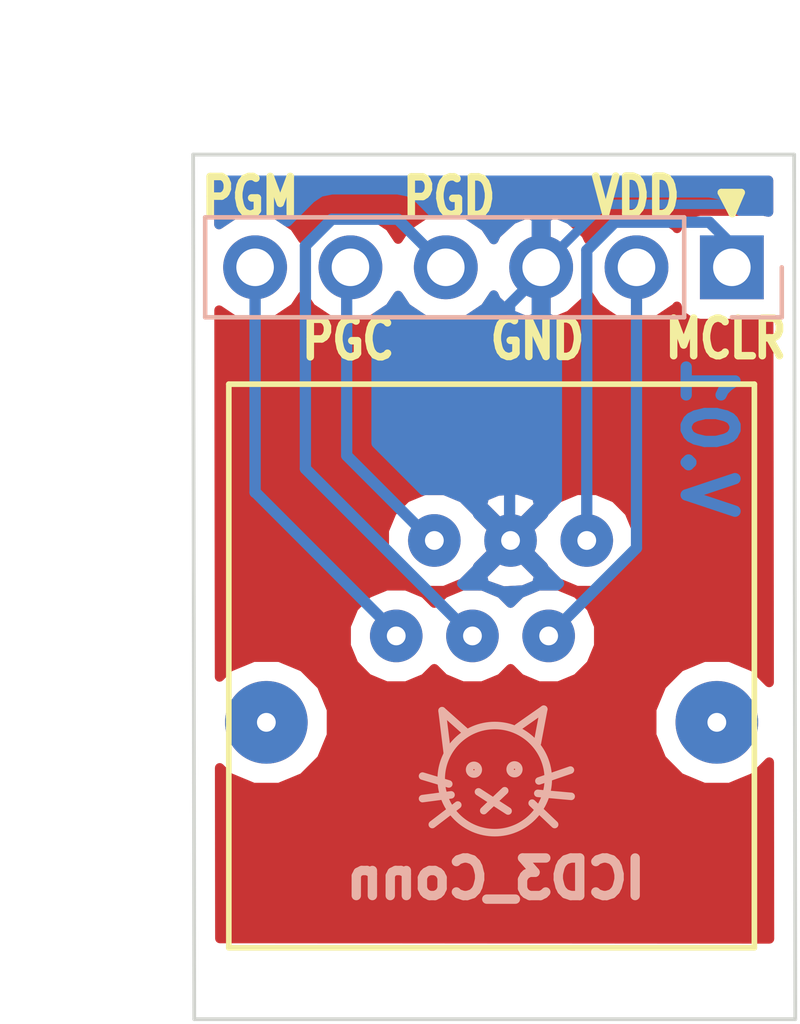
<source format=kicad_pcb>
(kicad_pcb (version 4) (host pcbnew 4.0.7)

  (general
    (links 6)
    (no_connects 0)
    (area 150.580402 95.879955 177.295 122.560001)
    (thickness 1.6)
    (drawings 34)
    (tracks 29)
    (zones 0)
    (modules 2)
    (nets 7)
  )

  (page A4)
  (layers
    (0 F.Cu signal)
    (31 B.Cu signal)
    (32 B.Adhes user)
    (33 F.Adhes user)
    (34 B.Paste user)
    (35 F.Paste user)
    (36 B.SilkS user)
    (37 F.SilkS user)
    (38 B.Mask user)
    (39 F.Mask user)
    (40 Dwgs.User user)
    (41 Cmts.User user)
    (42 Eco1.User user)
    (43 Eco2.User user)
    (44 Edge.Cuts user)
    (45 Margin user)
    (46 B.CrtYd user)
    (47 F.CrtYd user)
    (48 B.Fab user)
    (49 F.Fab user)
  )

  (setup
    (last_trace_width 0.25)
    (user_trace_width 0.3)
    (trace_clearance 0.2)
    (zone_clearance 0.508)
    (zone_45_only no)
    (trace_min 0.2)
    (segment_width 0.2)
    (edge_width 0.1)
    (via_size 0.6)
    (via_drill 0.4)
    (via_min_size 0.4)
    (via_min_drill 0.3)
    (uvia_size 0.3)
    (uvia_drill 0.1)
    (uvias_allowed no)
    (uvia_min_size 0.2)
    (uvia_min_drill 0.1)
    (pcb_text_width 0.3)
    (pcb_text_size 1.5 1.5)
    (mod_edge_width 0.15)
    (mod_text_size 1 1)
    (mod_text_width 0.15)
    (pad_size 1.4 1.4)
    (pad_drill 0.5)
    (pad_to_mask_clearance 0)
    (aux_axis_origin 159.54 99.5)
    (grid_origin 159.54 99.5)
    (visible_elements 7FFFFFFF)
    (pcbplotparams
      (layerselection 0x0ffff_80000001)
      (usegerberextensions true)
      (usegerberattributes true)
      (excludeedgelayer true)
      (linewidth 0.100000)
      (plotframeref false)
      (viasonmask false)
      (mode 1)
      (useauxorigin true)
      (hpglpennumber 1)
      (hpglpenspeed 20)
      (hpglpendiameter 15)
      (hpglpenoverlay 2)
      (psnegative false)
      (psa4output false)
      (plotreference true)
      (plotvalue false)
      (plotinvisibletext false)
      (padsonsilk false)
      (subtractmaskfromsilk false)
      (outputformat 1)
      (mirror false)
      (drillshape 0)
      (scaleselection 1)
      (outputdirectory RJ-12/))
  )

  (net 0 "")
  (net 1 pin1)
  (net 2 pin2)
  (net 3 pin3)
  (net 4 pin4)
  (net 5 pin5)
  (net 6 pin6)

  (net_class Default "This is the default net class."
    (clearance 0.2)
    (trace_width 0.25)
    (via_dia 0.6)
    (via_drill 0.4)
    (uvia_dia 0.3)
    (uvia_drill 0.1)
    (add_net pin1)
    (add_net pin2)
    (add_net pin3)
    (add_net pin4)
    (add_net pin5)
    (add_net pin6)
  )

  (module RJ12-Housing:RJ12 (layer F.Cu) (tedit 59DF9B52) (tstamp 59DF7363)
    (at 165.19 113.42)
    (path /59DF6F57)
    (fp_text reference P1 (at 2.4 1.19) (layer F.SilkS) hide
      (effects (font (size 1 1) (thickness 0.15)))
    )
    (fp_text value RJ12_Housing (at 2.805 -6.19) (layer F.Fab) hide
      (effects (font (size 1 1) (thickness 0.15)))
    )
    (fp_line (start 9.3 7.19) (end -4.7 7.19) (layer F.SilkS) (width 0.15))
    (fp_line (start 9.3 1.19) (end 9.3 7.19) (layer F.SilkS) (width 0.15))
    (fp_line (start 9.3 -7.81) (end 9.3 1.19) (layer F.SilkS) (width 0.15))
    (fp_line (start -4.7 -7.81) (end 9.3 -7.81) (layer F.SilkS) (width 0.15))
    (fp_line (start -4.7 -7.81) (end -4.7 1.19) (layer F.SilkS) (width 0.15))
    (fp_line (start -4.7 1.19) (end -4.7 7.19) (layer F.SilkS) (width 0.15))
    (pad "" np_thru_hole circle (at -3.7 1.19) (size 2.2 2.2) (drill 0.5) (layers *.Cu *.Mask))
    (pad "" np_thru_hole circle (at 8.3 1.19) (size 2.2 2.2) (drill 0.5) (layers *.Cu *.Mask))
    (pad 6 thru_hole circle (at -0.24 -1.11) (size 1.4 1.4) (drill 0.5) (layers *.Cu *.Mask)
      (net 6 pin6))
    (pad 5 thru_hole circle (at 0.775 -3.65) (size 1.4 1.4) (drill 0.5) (layers *.Cu *.Mask)
      (net 5 pin5))
    (pad 4 thru_hole circle (at 1.79 -1.11) (size 1.4 1.4) (drill 0.5) (layers *.Cu *.Mask)
      (net 4 pin4))
    (pad 3 thru_hole circle (at 2.805 -3.65) (size 1.4 1.4) (drill 0.5) (layers *.Cu *.Mask)
      (net 3 pin3))
    (pad 2 thru_hole circle (at 3.82 -1.11) (size 1.4 1.4) (drill 0.5) (layers *.Cu *.Mask)
      (net 2 pin2))
    (pad 1 thru_hole circle (at 4.834995 -3.65) (size 1.4 1.4) (drill 0.5) (layers *.Cu *.Mask)
      (net 1 pin1))
  )

  (module Pin_Headers:Pin_Header_Straight_1x06_Pitch2.54mm (layer B.Cu) (tedit 59DF9AD9) (tstamp 59DF7357)
    (at 173.89 102.5 90)
    (descr "Through hole straight pin header, 1x06, 2.54mm pitch, single row")
    (tags "Through hole pin header THT 1x06 2.54mm single row")
    (path /59DF5F34)
    (fp_text reference J1 (at 0 2.33 90) (layer B.SilkS) hide
      (effects (font (size 1 1) (thickness 0.15)) (justify mirror))
    )
    (fp_text value Conn_01x06 (at 0 -15.03 90) (layer B.Fab) hide
      (effects (font (size 1 1) (thickness 0.15)) (justify mirror))
    )
    (fp_line (start -0.635 1.27) (end 1.27 1.27) (layer B.Fab) (width 0.1))
    (fp_line (start 1.27 1.27) (end 1.27 -13.97) (layer B.Fab) (width 0.1))
    (fp_line (start 1.27 -13.97) (end -1.27 -13.97) (layer B.Fab) (width 0.1))
    (fp_line (start -1.27 -13.97) (end -1.27 0.635) (layer B.Fab) (width 0.1))
    (fp_line (start -1.27 0.635) (end -0.635 1.27) (layer B.Fab) (width 0.1))
    (fp_line (start -1.33 -14.03) (end 1.33 -14.03) (layer B.SilkS) (width 0.12))
    (fp_line (start -1.33 -1.27) (end -1.33 -14.03) (layer B.SilkS) (width 0.12))
    (fp_line (start 1.33 -1.27) (end 1.33 -14.03) (layer B.SilkS) (width 0.12))
    (fp_line (start -1.33 -1.27) (end 1.33 -1.27) (layer B.SilkS) (width 0.12))
    (fp_line (start -1.33 0) (end -1.33 1.33) (layer B.SilkS) (width 0.12))
    (fp_line (start -1.33 1.33) (end 0 1.33) (layer B.SilkS) (width 0.12))
    (fp_line (start -1.8 1.8) (end -1.8 -14.5) (layer B.CrtYd) (width 0.05))
    (fp_line (start -1.8 -14.5) (end 1.8 -14.5) (layer B.CrtYd) (width 0.05))
    (fp_line (start 1.8 -14.5) (end 1.8 1.8) (layer B.CrtYd) (width 0.05))
    (fp_line (start 1.8 1.8) (end -1.8 1.8) (layer B.CrtYd) (width 0.05))
    (fp_text user %R (at 0 -6.35 360) (layer B.Fab) hide
      (effects (font (size 1 1) (thickness 0.15)) (justify mirror))
    )
    (pad 1 thru_hole rect (at 0 0 90) (size 1.7 1.7) (drill 1) (layers *.Cu *.Mask)
      (net 1 pin1))
    (pad 2 thru_hole oval (at 0 -2.54 90) (size 1.7 1.7) (drill 1) (layers *.Cu *.Mask)
      (net 2 pin2))
    (pad 3 thru_hole oval (at 0 -5.08 90) (size 1.7 1.7) (drill 1) (layers *.Cu *.Mask)
      (net 3 pin3))
    (pad 4 thru_hole oval (at 0 -7.62 90) (size 1.7 1.7) (drill 1) (layers *.Cu *.Mask)
      (net 4 pin4))
    (pad 5 thru_hole oval (at 0 -10.16 90) (size 1.7 1.7) (drill 1) (layers *.Cu *.Mask)
      (net 5 pin5))
    (pad 6 thru_hole oval (at 0 -12.7 90) (size 1.7 1.7) (drill 1) (layers *.Cu *.Mask)
      (net 6 pin6))
    (model ${KISYS3DMOD}/Pin_Headers.3dshapes/Pin_Header_Straight_1x06_Pitch2.54mm.wrl
      (at (xyz 0 0 0))
      (scale (xyz 1 1 1))
      (rotate (xyz 0 0 0))
    )
  )

  (dimension 23.000009 (width 0.3) (layer Eco1.User)
    (gr_text "23.000 mm" (at 157.080401 111.002156 270.0498224) (layer Eco1.User)
      (effects (font (size 1.5 1.5) (thickness 0.3)))
    )
    (feature1 (pts (xy 159.57 122.5) (xy 155.740402 122.50333)))
    (feature2 (pts (xy 159.55 99.5) (xy 155.720402 99.50333)))
    (crossbar (pts (xy 158.420401 99.500982) (xy 158.440401 122.500982)))
    (arrow1a (pts (xy 158.440401 122.500982) (xy 157.853001 121.374989)))
    (arrow1b (pts (xy 158.440401 122.500982) (xy 159.025842 121.373969)))
    (arrow2a (pts (xy 158.420401 99.500982) (xy 157.83496 100.627995)))
    (arrow2b (pts (xy 158.420401 99.500982) (xy 159.007801 100.626975)))
  )
  (gr_text V.01 (at 173.26 107.01 270) (layer B.Cu)
    (effects (font (size 1.3 1.3) (thickness 0.3)) (justify mirror))
  )
  (dimension 16.000012 (width 0.3) (layer Eco1.User)
    (gr_text "16.000 mm" (at 167.552825 97.239954 359.9283803) (layer Eco1.User) (tstamp 5A0AE885)
      (effects (font (size 1.5 1.5) (thickness 0.3)))
    )
    (feature1 (pts (xy 175.55 99.51) (xy 175.554513 95.899955)))
    (feature2 (pts (xy 159.55 99.49) (xy 159.554513 95.879955)))
    (crossbar (pts (xy 159.551138 98.579953) (xy 175.551138 98.599953)))
    (arrow1a (pts (xy 175.551138 98.599953) (xy 174.423902 99.184965)))
    (arrow1b (pts (xy 175.551138 98.599953) (xy 174.425368 98.012125)))
    (arrow2a (pts (xy 159.551138 98.579953) (xy 160.676908 99.167781)))
    (arrow2b (pts (xy 159.551138 98.579953) (xy 160.678374 97.994941)))
  )
  (gr_line (start 174.14 100.51) (end 173.9 101.07) (layer F.SilkS) (width 0.2))
  (gr_line (start 173.61 100.51) (end 174.14 100.51) (layer F.SilkS) (width 0.2))
  (gr_line (start 175.55 99.5) (end 175.58 122.51) (layer Edge.Cuts) (width 0.1))
  (gr_line (start 166.59 116.81) (end 165.91 117.33) (layer B.SilkS) (width 0.2))
  (gr_line (start 166.41 116.54) (end 165.65 116.64) (layer B.SilkS) (width 0.2))
  (gr_line (start 166.35 116.25) (end 165.65 116.04) (layer B.SilkS) (width 0.2))
  (gr_line (start 168.57 116.76) (end 169.17 117.33) (layer B.SilkS) (width 0.2))
  (gr_line (start 168.72 116.5) (end 169.61 116.58) (layer B.SilkS) (width 0.2))
  (gr_line (start 168.75 116.17) (end 169.59 115.88) (layer B.SilkS) (width 0.2))
  (gr_line (start 167.28 116.96) (end 167.84 116.43) (layer B.SilkS) (width 0.2))
  (gr_line (start 167.14 116.46) (end 167.93 116.97) (layer B.SilkS) (width 0.2))
  (gr_circle (center 168.1 115.86) (end 168.2 115.8) (layer B.SilkS) (width 0.2))
  (gr_circle (center 167.02 115.87) (end 167.12 115.81) (layer B.SilkS) (width 0.2))
  (gr_line (start 166.17 114.3) (end 166.31 115.43) (layer B.SilkS) (width 0.2))
  (gr_line (start 166.81 114.87) (end 166.17 114.3) (layer B.SilkS) (width 0.2))
  (gr_line (start 168.88 114.26) (end 168.71 115.16) (layer B.SilkS) (width 0.2))
  (gr_line (start 168.18 114.75) (end 168.88 114.26) (layer B.SilkS) (width 0.2))
  (gr_circle (center 167.573887 116.12) (end 168.443887 114.99) (layer B.SilkS) (width 0.2))
  (gr_line (start 173.95 100.67) (end 173.9 100.76) (layer F.SilkS) (width 0.2))
  (gr_line (start 173.61 100.51) (end 173.95 100.67) (layer F.SilkS) (width 0.2))
  (gr_line (start 173.9 101.07) (end 173.61 100.51) (layer F.SilkS) (width 0.2))
  (gr_text ICD3_Conn (at 167.6 118.77) (layer B.SilkS)
    (effects (font (size 1 1) (thickness 0.25)) (justify mirror))
  )
  (gr_line (start 159.54 99.5) (end 159.57 122.51) (layer Edge.Cuts) (width 0.1))
  (gr_line (start 159.54 99.5) (end 175.55 99.5) (layer Edge.Cuts) (width 0.1))
  (gr_line (start 159.57 122.51) (end 175.58 122.51) (layer Edge.Cuts) (width 0.1))
  (gr_text PGM (at 161.06 100.63) (layer F.SilkS)
    (effects (font (size 1 0.8) (thickness 0.2)))
  )
  (gr_text PGC (at 163.67 104.43) (layer F.SilkS)
    (effects (font (size 1 0.8) (thickness 0.2)))
  )
  (gr_text PGD (at 166.36 100.64) (layer F.SilkS)
    (effects (font (size 1 0.8) (thickness 0.2)))
  )
  (gr_text GND (at 168.71 104.42) (layer F.SilkS)
    (effects (font (size 1 0.8) (thickness 0.2)))
  )
  (gr_text VDD (at 171.33 100.62) (layer F.SilkS)
    (effects (font (size 1 0.8) (thickness 0.2)))
  )
  (gr_text MCLR (at 173.73 104.4) (layer F.SilkS)
    (effects (font (size 1 0.8) (thickness 0.2)))
  )

  (segment (start 170.024995 109.77) (end 170.024995 102.049003) (width 0.3) (layer B.Cu) (net 1))
  (segment (start 170.024995 102.049003) (end 170.773999 101.299999) (width 0.3) (layer B.Cu) (net 1))
  (segment (start 170.773999 101.299999) (end 173.289999 101.299999) (width 0.3) (layer B.Cu) (net 1))
  (segment (start 173.289999 101.299999) (end 173.89 101.9) (width 0.3) (layer B.Cu) (net 1))
  (segment (start 173.89 101.9) (end 173.89 102.5) (width 0.3) (layer B.Cu) (net 1))
  (segment (start 171.35 102.5) (end 171.35 109.97) (width 0.3) (layer B.Cu) (net 2))
  (segment (start 171.35 109.97) (end 169.01 112.31) (width 0.3) (layer B.Cu) (net 2))
  (segment (start 171.5 102.5) (end 171.3 102.7) (width 0.3) (layer B.Cu) (net 2))
  (segment (start 168.81 102.5) (end 170.485011 100.824989) (width 0.25) (layer B.Cu) (net 3))
  (segment (start 170.485011 100.824989) (end 174.499991 100.824989) (width 0.25) (layer B.Cu) (net 3))
  (segment (start 168.96 102.5) (end 167.970005 103.489995) (width 0.3) (layer B.Cu) (net 3))
  (segment (start 167.970005 103.489995) (end 167.970005 109.745005) (width 0.3) (layer B.Cu) (net 3))
  (segment (start 167.970005 109.745005) (end 167.995 109.77) (width 0.3) (layer B.Cu) (net 3))
  (segment (start 167.970005 109.72) (end 167.920005 109.77) (width 0.3) (layer B.Cu) (net 3))
  (segment (start 166.27 102.5) (end 164.99 101.22) (width 0.3) (layer B.Cu) (net 4))
  (segment (start 164.99 101.22) (end 163.233998 101.22) (width 0.3) (layer B.Cu) (net 4))
  (segment (start 163.233998 101.22) (end 162.529999 101.923999) (width 0.3) (layer B.Cu) (net 4))
  (segment (start 162.53 107.86) (end 166.98 112.31) (width 0.3) (layer B.Cu) (net 4))
  (segment (start 162.529999 101.923999) (end 162.53 107.86) (width 0.3) (layer B.Cu) (net 4))
  (segment (start 163.63 107.02) (end 163.63 102.75) (width 0.3) (layer B.Cu) (net 5))
  (segment (start 163.63 107.02) (end 163.63 107.509995) (width 0.3) (layer B.Cu) (net 5))
  (segment (start 163.63 107.189995) (end 163.63 107.02) (width 0.3) (layer B.Cu) (net 5))
  (segment (start 163.63 107.509995) (end 165.890005 109.77) (width 0.3) (layer B.Cu) (net 5))
  (segment (start 163.63 102.75) (end 163.88 102.5) (width 0.3) (layer B.Cu) (net 5))
  (segment (start 161.19 102.5) (end 161.19 108.49) (width 0.3) (layer B.Cu) (net 6))
  (segment (start 161.19 108.49) (end 161.195 108.485) (width 0.3) (layer B.Cu) (net 6))
  (segment (start 164.95 112.24) (end 164.95 112.31) (width 0.3) (layer B.Cu) (net 6))
  (segment (start 161.195 108.485) (end 164.95 112.24) (width 0.3) (layer B.Cu) (net 6))
  (segment (start 161.34 102.5) (end 161.16 102.68) (width 0.3) (layer B.Cu) (net 6))

  (zone (net 3) (net_name pin3) (layer F.Cu) (tstamp 0) (hatch edge 0.508)
    (connect_pads (clearance 0.508))
    (min_thickness 0.254)
    (fill yes (arc_segments 16) (thermal_gap 0.508) (thermal_bridge_width 0.508))
    (polygon
      (pts
        (xy 159.4 99.54) (xy 175.7 99.5) (xy 175.69 120.5) (xy 159.4 120.49)
      )
    )
    (filled_polygon
      (pts
        (xy 174.866992 101.028277) (xy 174.74 101.00256) (xy 173.04 101.00256) (xy 172.804683 101.046838) (xy 172.588559 101.18591)
        (xy 172.443569 101.39811) (xy 172.429914 101.465541) (xy 172.400054 101.420853) (xy 171.918285 101.098946) (xy 171.35 100.985907)
        (xy 170.781715 101.098946) (xy 170.299946 101.420853) (xy 170.072298 101.761553) (xy 170.005183 101.618642) (xy 169.576924 101.228355)
        (xy 169.16689 101.058524) (xy 168.937 101.179845) (xy 168.937 102.373) (xy 168.957 102.373) (xy 168.957 102.627)
        (xy 168.937 102.627) (xy 168.937 103.820155) (xy 169.16689 103.941476) (xy 169.576924 103.771645) (xy 170.005183 103.381358)
        (xy 170.072298 103.238447) (xy 170.299946 103.579147) (xy 170.781715 103.901054) (xy 171.35 104.014093) (xy 171.918285 103.901054)
        (xy 172.400054 103.579147) (xy 172.42785 103.537548) (xy 172.436838 103.585317) (xy 172.57591 103.801441) (xy 172.78811 103.946431)
        (xy 173.04 103.99744) (xy 174.74 103.99744) (xy 174.870831 103.972822) (xy 174.883318 113.549947) (xy 174.474082 113.139996)
        (xy 173.836627 112.875301) (xy 173.146401 112.874699) (xy 172.508485 113.138281) (xy 172.019996 113.625918) (xy 171.755301 114.263373)
        (xy 171.754699 114.953599) (xy 172.018281 115.591515) (xy 172.505918 116.080004) (xy 173.143373 116.344699) (xy 173.833599 116.345301)
        (xy 174.471515 116.081719) (xy 174.886079 115.667878) (xy 174.892213 120.37251) (xy 160.252202 120.363523) (xy 160.246278 115.81991)
        (xy 160.505918 116.080004) (xy 161.143373 116.344699) (xy 161.833599 116.345301) (xy 162.471515 116.081719) (xy 162.960004 115.594082)
        (xy 163.224699 114.956627) (xy 163.225301 114.266401) (xy 162.961719 113.628485) (xy 162.474082 113.139996) (xy 161.836627 112.875301)
        (xy 161.146401 112.874699) (xy 160.508485 113.138281) (xy 160.243127 113.403176) (xy 160.242047 112.574383) (xy 163.614769 112.574383)
        (xy 163.817582 113.065229) (xy 164.192796 113.441098) (xy 164.683287 113.644768) (xy 165.214383 113.645231) (xy 165.705229 113.442418)
        (xy 165.965124 113.182976) (xy 166.222796 113.441098) (xy 166.713287 113.644768) (xy 167.244383 113.645231) (xy 167.735229 113.442418)
        (xy 167.995124 113.182976) (xy 168.252796 113.441098) (xy 168.743287 113.644768) (xy 169.274383 113.645231) (xy 169.765229 113.442418)
        (xy 170.141098 113.067204) (xy 170.344768 112.576713) (xy 170.345231 112.045617) (xy 170.142418 111.554771) (xy 169.767204 111.178902)
        (xy 169.276713 110.975232) (xy 168.745617 110.974769) (xy 168.254771 111.177582) (xy 167.994876 111.437024) (xy 167.737204 111.178902)
        (xy 167.246713 110.975232) (xy 166.715617 110.974769) (xy 166.224771 111.177582) (xy 165.964876 111.437024) (xy 165.707204 111.178902)
        (xy 165.216713 110.975232) (xy 164.685617 110.974769) (xy 164.194771 111.177582) (xy 163.818902 111.552796) (xy 163.615232 112.043287)
        (xy 163.614769 112.574383) (xy 160.242047 112.574383) (xy 160.238736 110.034383) (xy 164.629769 110.034383) (xy 164.832582 110.525229)
        (xy 165.207796 110.901098) (xy 165.698287 111.104768) (xy 166.229383 111.105231) (xy 166.720229 110.902418) (xy 166.917716 110.705275)
        (xy 167.239331 110.705275) (xy 167.301169 110.941042) (xy 167.802122 111.117419) (xy 168.33244 111.088664) (xy 168.688831 110.941042)
        (xy 168.750669 110.705275) (xy 167.995 109.949605) (xy 167.239331 110.705275) (xy 166.917716 110.705275) (xy 167.096098 110.527204)
        (xy 167.123016 110.462378) (xy 167.815395 109.77) (xy 168.174605 109.77) (xy 168.866343 110.461737) (xy 168.892577 110.525229)
        (xy 169.267791 110.901098) (xy 169.758282 111.104768) (xy 170.289378 111.105231) (xy 170.780224 110.902418) (xy 171.156093 110.527204)
        (xy 171.359763 110.036713) (xy 171.360226 109.505617) (xy 171.157413 109.014771) (xy 170.782199 108.638902) (xy 170.291708 108.435232)
        (xy 169.760612 108.434769) (xy 169.269766 108.637582) (xy 168.893897 109.012796) (xy 168.866975 109.077631) (xy 168.174605 109.77)
        (xy 167.815395 109.77) (xy 167.123649 109.078255) (xy 167.097418 109.014771) (xy 166.917686 108.834725) (xy 167.239331 108.834725)
        (xy 167.995 109.590395) (xy 168.750669 108.834725) (xy 168.688831 108.598958) (xy 168.187878 108.422581) (xy 167.65756 108.451336)
        (xy 167.301169 108.598958) (xy 167.239331 108.834725) (xy 166.917686 108.834725) (xy 166.722204 108.638902) (xy 166.231713 108.435232)
        (xy 165.700617 108.434769) (xy 165.209771 108.637582) (xy 164.833902 109.012796) (xy 164.630232 109.503287) (xy 164.629769 110.034383)
        (xy 160.238736 110.034383) (xy 160.230397 103.639584) (xy 160.621715 103.901054) (xy 161.19 104.014093) (xy 161.758285 103.901054)
        (xy 162.240054 103.579147) (xy 162.46 103.249974) (xy 162.679946 103.579147) (xy 163.161715 103.901054) (xy 163.73 104.014093)
        (xy 164.298285 103.901054) (xy 164.780054 103.579147) (xy 165 103.249974) (xy 165.219946 103.579147) (xy 165.701715 103.901054)
        (xy 166.27 104.014093) (xy 166.838285 103.901054) (xy 167.320054 103.579147) (xy 167.547702 103.238447) (xy 167.614817 103.381358)
        (xy 168.043076 103.771645) (xy 168.45311 103.941476) (xy 168.683 103.820155) (xy 168.683 102.627) (xy 168.663 102.627)
        (xy 168.663 102.373) (xy 168.683 102.373) (xy 168.683 101.179845) (xy 168.45311 101.058524) (xy 168.043076 101.228355)
        (xy 167.614817 101.618642) (xy 167.547702 101.761553) (xy 167.320054 101.420853) (xy 166.838285 101.098946) (xy 166.27 100.985907)
        (xy 165.701715 101.098946) (xy 165.219946 101.420853) (xy 165 101.750026) (xy 164.780054 101.420853) (xy 164.298285 101.098946)
        (xy 163.73 100.985907) (xy 163.161715 101.098946) (xy 162.679946 101.420853) (xy 162.46 101.750026) (xy 162.240054 101.420853)
        (xy 161.758285 101.098946) (xy 161.19 100.985907) (xy 160.621715 101.098946) (xy 160.227428 101.362399) (xy 160.225893 100.185)
        (xy 174.865893 100.185)
      )
    )
  )
  (zone (net 3) (net_name pin3) (layer B.Cu) (tstamp 0) (hatch edge 0.508)
    (connect_pads (clearance 0.508))
    (min_thickness 0.254)
    (fill yes (arc_segments 16) (thermal_gap 0.508) (thermal_bridge_width 0.508))
    (polygon
      (pts
        (xy 159.58 99.51) (xy 175.53 99.54) (xy 175.55 120.47) (xy 159.54 120.47)
      )
    )
    (filled_polygon
      (pts
        (xy 174.866992 101.028277) (xy 174.74 101.00256) (xy 174.102718 101.00256) (xy 173.845078 100.74492) (xy 173.590406 100.574754)
        (xy 173.289999 100.514999) (xy 170.774004 100.514999) (xy 170.773999 100.514998) (xy 170.473593 100.574754) (xy 170.21892 100.74492)
        (xy 169.659882 101.303958) (xy 169.576924 101.228355) (xy 169.16689 101.058524) (xy 168.937 101.179845) (xy 168.937 102.373)
        (xy 168.957 102.373) (xy 168.957 102.627) (xy 168.937 102.627) (xy 168.937 103.820155) (xy 169.16689 103.941476)
        (xy 169.239995 103.911197) (xy 169.239995 108.667301) (xy 168.893897 109.012796) (xy 168.866975 109.077631) (xy 168.174605 109.77)
        (xy 168.866343 110.461737) (xy 168.892577 110.525229) (xy 169.267791 110.901098) (xy 169.296728 110.913114) (xy 169.234647 110.975195)
        (xy 168.745617 110.974769) (xy 168.254771 111.177582) (xy 167.994876 111.437024) (xy 167.737204 111.178902) (xy 167.246713 110.975232)
        (xy 166.754961 110.974803) (xy 166.693585 110.913427) (xy 166.720229 110.902418) (xy 166.917716 110.705275) (xy 167.239331 110.705275)
        (xy 167.301169 110.941042) (xy 167.802122 111.117419) (xy 168.33244 111.088664) (xy 168.688831 110.941042) (xy 168.750669 110.705275)
        (xy 167.995 109.949605) (xy 167.239331 110.705275) (xy 166.917716 110.705275) (xy 167.096098 110.527204) (xy 167.123016 110.462378)
        (xy 167.815395 109.77) (xy 167.123649 109.078255) (xy 167.097418 109.014771) (xy 166.917686 108.834725) (xy 167.239331 108.834725)
        (xy 167.995 109.590395) (xy 168.750669 108.834725) (xy 168.688831 108.598958) (xy 168.187878 108.422581) (xy 167.65756 108.451336)
        (xy 167.301169 108.598958) (xy 167.239331 108.834725) (xy 166.917686 108.834725) (xy 166.722204 108.638902) (xy 166.231713 108.435232)
        (xy 165.700617 108.434769) (xy 165.675366 108.445203) (xy 164.415 107.184837) (xy 164.415 103.823068) (xy 164.780054 103.579147)
        (xy 165 103.249974) (xy 165.219946 103.579147) (xy 165.701715 103.901054) (xy 166.27 104.014093) (xy 166.838285 103.901054)
        (xy 167.320054 103.579147) (xy 167.547702 103.238447) (xy 167.614817 103.381358) (xy 168.043076 103.771645) (xy 168.45311 103.941476)
        (xy 168.683 103.820155) (xy 168.683 102.627) (xy 168.663 102.627) (xy 168.663 102.373) (xy 168.683 102.373)
        (xy 168.683 101.179845) (xy 168.45311 101.058524) (xy 168.043076 101.228355) (xy 167.614817 101.618642) (xy 167.547702 101.761553)
        (xy 167.320054 101.420853) (xy 166.838285 101.098946) (xy 166.27 100.985907) (xy 165.933082 101.052924) (xy 165.545079 100.664921)
        (xy 165.290407 100.494755) (xy 164.99 100.435) (xy 163.233998 100.435) (xy 162.933592 100.494755) (xy 162.678919 100.664921)
        (xy 162.049986 101.293854) (xy 161.758285 101.098946) (xy 161.19 100.985907) (xy 160.621715 101.098946) (xy 160.227428 101.362399)
        (xy 160.225893 100.185) (xy 174.865893 100.185)
      )
    )
  )
)

</source>
